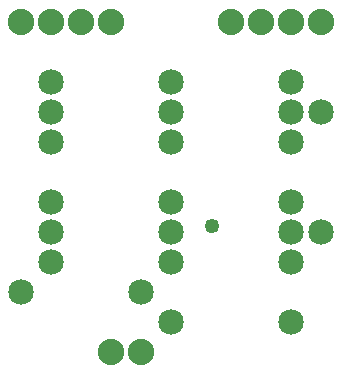
<source format=gts>
G04 MADE WITH FRITZING*
G04 WWW.FRITZING.ORG*
G04 DOUBLE SIDED*
G04 HOLES PLATED*
G04 CONTOUR ON CENTER OF CONTOUR VECTOR*
%ASAXBY*%
%FSLAX23Y23*%
%MOIN*%
%OFA0B0*%
%SFA1.0B1.0*%
%ADD10C,0.085000*%
%ADD11C,0.088000*%
%ADD12C,0.049370*%
%LNMASK1*%
G90*
G70*
G54D10*
X1122Y460D03*
X1122Y860D03*
G54D11*
X1122Y1160D03*
X1022Y1160D03*
X922Y1160D03*
X822Y1160D03*
X422Y1160D03*
X322Y1160D03*
X222Y1160D03*
X122Y1160D03*
G54D10*
X222Y960D03*
X222Y860D03*
X222Y760D03*
X222Y560D03*
X222Y460D03*
X222Y360D03*
X622Y560D03*
X622Y460D03*
X622Y360D03*
X1022Y560D03*
X1022Y460D03*
X1022Y360D03*
X622Y960D03*
X622Y860D03*
X622Y760D03*
X1022Y960D03*
X1022Y860D03*
X1022Y760D03*
X622Y160D03*
X1022Y160D03*
X122Y260D03*
X522Y260D03*
G54D11*
X522Y60D03*
X422Y60D03*
G54D12*
X756Y480D03*
G04 End of Mask1*
M02*
</source>
